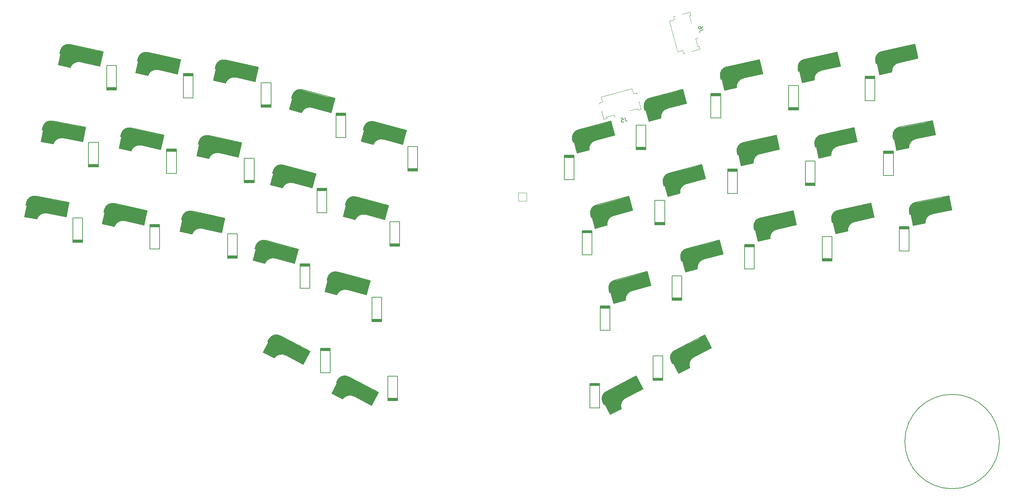
<source format=gbr>
G04 #@! TF.GenerationSoftware,KiCad,Pcbnew,8.0.3*
G04 #@! TF.CreationDate,2024-08-29T14:39:33+08:00*
G04 #@! TF.ProjectId,awkb_monosplit,61776b62-5f6d-46f6-9e6f-73706c69742e,rev?*
G04 #@! TF.SameCoordinates,Original*
G04 #@! TF.FileFunction,Legend,Bot*
G04 #@! TF.FilePolarity,Positive*
%FSLAX46Y46*%
G04 Gerber Fmt 4.6, Leading zero omitted, Abs format (unit mm)*
G04 Created by KiCad (PCBNEW 8.0.3) date 2024-08-29 14:39:33*
%MOMM*%
%LPD*%
G01*
G04 APERTURE LIST*
%ADD10C,0.150000*%
%ADD11C,0.500000*%
%ADD12C,0.800000*%
%ADD13C,0.300000*%
%ADD14C,3.000000*%
%ADD15C,3.500000*%
%ADD16C,1.000000*%
%ADD17C,0.400000*%
%ADD18C,0.200000*%
%ADD19C,0.120000*%
G04 APERTURE END LIST*
D10*
X274525855Y-130179676D02*
G75*
G02*
X251325855Y-130179676I-11600000J0D01*
G01*
X251325855Y-130179676D02*
G75*
G02*
X274525855Y-130179676I11600000J0D01*
G01*
X182639324Y-50596706D02*
X182824194Y-51286653D01*
X182824194Y-51286653D02*
X182907165Y-51412318D01*
X182907165Y-51412318D02*
X183023807Y-51479661D01*
X183023807Y-51479661D02*
X183174122Y-51488684D01*
X183174122Y-51488684D02*
X183266114Y-51464034D01*
X181719394Y-50843200D02*
X182179359Y-50719953D01*
X182179359Y-50719953D02*
X182348602Y-51167593D01*
X182348602Y-51167593D02*
X182290281Y-51133922D01*
X182290281Y-51133922D02*
X182185964Y-51112574D01*
X182185964Y-51112574D02*
X181955981Y-51174198D01*
X181955981Y-51174198D02*
X181876313Y-51244844D01*
X181876313Y-51244844D02*
X181842641Y-51303165D01*
X181842641Y-51303165D02*
X181821294Y-51407483D01*
X181821294Y-51407483D02*
X181882918Y-51637465D01*
X181882918Y-51637465D02*
X181953564Y-51717133D01*
X181953564Y-51717133D02*
X182011885Y-51750805D01*
X182011885Y-51750805D02*
X182116203Y-51772152D01*
X182116203Y-51772152D02*
X182346185Y-51710529D01*
X182346185Y-51710529D02*
X182425853Y-51639883D01*
X182425853Y-51639883D02*
X182459525Y-51581561D01*
X201897503Y-29085088D02*
X201207556Y-29269958D01*
X201207556Y-29269958D02*
X201081891Y-29352929D01*
X201081891Y-29352929D02*
X201014548Y-29469571D01*
X201014548Y-29469571D02*
X201005525Y-29619886D01*
X201005525Y-29619886D02*
X201030175Y-29711878D01*
X201663333Y-28211155D02*
X201712632Y-28395140D01*
X201712632Y-28395140D02*
X201691285Y-28499458D01*
X201691285Y-28499458D02*
X201657613Y-28557779D01*
X201657613Y-28557779D02*
X201544273Y-28686746D01*
X201544273Y-28686746D02*
X201372612Y-28782042D01*
X201372612Y-28782042D02*
X201004640Y-28880639D01*
X201004640Y-28880639D02*
X200900323Y-28859292D01*
X200900323Y-28859292D02*
X200842002Y-28825621D01*
X200842002Y-28825621D02*
X200771356Y-28745952D01*
X200771356Y-28745952D02*
X200722057Y-28561967D01*
X200722057Y-28561967D02*
X200743404Y-28457649D01*
X200743404Y-28457649D02*
X200777076Y-28399328D01*
X200777076Y-28399328D02*
X200856744Y-28328682D01*
X200856744Y-28328682D02*
X201086726Y-28267058D01*
X201086726Y-28267058D02*
X201191044Y-28288405D01*
X201191044Y-28288405D02*
X201249365Y-28322077D01*
X201249365Y-28322077D02*
X201320011Y-28401745D01*
X201320011Y-28401745D02*
X201369310Y-28585731D01*
X201369310Y-28585731D02*
X201347963Y-28690049D01*
X201347963Y-28690049D02*
X201314291Y-28748370D01*
X201314291Y-28748370D02*
X201234623Y-28819016D01*
X110843118Y-118336189D02*
X113530762Y-119735287D01*
D11*
X111112870Y-118251137D02*
X113286047Y-119382423D01*
D12*
X111384446Y-118054294D02*
X112215593Y-116457678D01*
D10*
X111937349Y-115692771D02*
X112114750Y-115785122D01*
D13*
X112072226Y-115650246D02*
X112372363Y-115073689D01*
D10*
X112283662Y-115027514D02*
X111937349Y-115692771D01*
X112897899Y-114388991D02*
X110843118Y-118336189D01*
D14*
X114002889Y-115471534D02*
X112968573Y-117458437D01*
D10*
X116377248Y-119075049D02*
X120634899Y-121291443D01*
D15*
X119869427Y-118863676D02*
X113926454Y-115769959D01*
D11*
X120572935Y-120977339D02*
X119442908Y-120332716D01*
D10*
X120634899Y-121291443D02*
X122297196Y-118098204D01*
X121078908Y-120395198D02*
X122117843Y-118399421D01*
D16*
X121576639Y-118399535D02*
X120422269Y-120617062D01*
D17*
X122071793Y-118206343D02*
X120963029Y-117629157D01*
D10*
X122297196Y-118098204D02*
X115023705Y-114311864D01*
X112283660Y-115027513D02*
G75*
G02*
X115023705Y-114311864I1727844J-1012186D01*
G01*
D16*
X113373837Y-119178440D02*
G75*
G02*
X116207143Y-118535546I1773651J-1251883D01*
G01*
D10*
X113543941Y-119717942D02*
G75*
G02*
X116377247Y-119075050I1773653J-1251897D01*
G01*
X248403764Y-55195096D02*
X248546872Y-55931318D01*
X248486983Y-54313013D02*
X249336083Y-58681253D01*
X248546872Y-55931318D02*
X248743197Y-55893156D01*
D13*
X248625953Y-55814074D02*
X248501927Y-55176016D01*
D10*
X249336083Y-58681253D02*
X252310414Y-58103103D01*
D11*
X249494247Y-58446765D02*
X251899233Y-57979283D01*
D12*
X249584248Y-58123657D02*
X249240792Y-56356729D01*
D14*
X250025656Y-54472346D02*
X250453067Y-56671192D01*
D10*
X254127088Y-55814415D02*
X258838900Y-54898532D01*
D15*
X256728516Y-53475061D02*
X250151613Y-54753478D01*
D16*
X257775659Y-52049053D02*
X258252680Y-54503120D01*
D17*
X258042904Y-51589620D02*
X256815872Y-51828132D01*
D10*
X258151986Y-51364673D02*
X250102642Y-52929307D01*
D11*
X258594872Y-54691288D02*
X257309216Y-54890256D01*
D10*
X258628458Y-53920722D02*
X258199139Y-51712059D01*
X258838900Y-54898532D02*
X258151986Y-51364673D01*
X248403765Y-55195097D02*
G75*
G02*
X250102642Y-52929307I1982328J283461D01*
G01*
D16*
X251840957Y-57764996D02*
G75*
G02*
X253658115Y-55498086I2167403J124380D01*
G01*
D10*
X252309931Y-58081324D02*
G75*
G02*
X254127088Y-55814416I2167406J124376D01*
G01*
X196377697Y-85160274D02*
X196571812Y-85884718D01*
X196399183Y-84274533D02*
X197550928Y-88572901D01*
X196571812Y-85884718D02*
X196764999Y-85832954D01*
D13*
X196642523Y-85762244D02*
X196474290Y-85134393D01*
D10*
X197550928Y-88572901D02*
X200477682Y-87788681D01*
D11*
X197692349Y-88327954D02*
X200058867Y-87693845D01*
D12*
X197759592Y-87999353D02*
X197293718Y-86260687D01*
D14*
X197945222Y-84326147D02*
X198524976Y-86489820D01*
D10*
X202130282Y-85378844D02*
X206766726Y-84136512D01*
D15*
X204562185Y-82863720D02*
X198090482Y-84597808D01*
D16*
X205507306Y-81368144D02*
X206154353Y-83782958D01*
D17*
X205741854Y-80891187D02*
X204534448Y-81214710D01*
D10*
X205834977Y-80659179D02*
X197914386Y-82781496D01*
X206488589Y-83175763D02*
X205906246Y-81002429D01*
D11*
X206508836Y-83946797D02*
X205240192Y-84234963D01*
D10*
X206766726Y-84136512D02*
X205834977Y-80659179D01*
X196377698Y-85160275D02*
G75*
G02*
X197914386Y-82781496I1957724J421052D01*
G01*
D16*
X199985786Y-87484145D02*
G75*
G02*
X201640386Y-85096000I2153453J275262D01*
G01*
D10*
X200475683Y-87766989D02*
G75*
G02*
X202130282Y-85378845I2153451J275263D01*
G01*
X169844474Y-55973601D02*
X170038589Y-56698045D01*
X169865960Y-55087860D02*
X171017705Y-59386228D01*
X170038589Y-56698045D02*
X170231776Y-56646281D01*
D13*
X170109300Y-56575571D02*
X169941067Y-55947720D01*
D10*
X171017705Y-59386228D02*
X173944459Y-58602008D01*
D11*
X171159126Y-59141281D02*
X173525644Y-58507172D01*
D12*
X171226369Y-58812680D02*
X170760495Y-57074014D01*
D14*
X171411999Y-55139474D02*
X171991753Y-57303147D01*
D10*
X175597059Y-56192171D02*
X180233503Y-54949839D01*
D15*
X178028962Y-53677047D02*
X171557259Y-55411135D01*
D16*
X178974083Y-52181471D02*
X179621130Y-54596285D01*
D17*
X179208631Y-51704514D02*
X178001225Y-52028037D01*
D10*
X179301754Y-51472506D02*
X171381163Y-53594823D01*
X179955366Y-53989090D02*
X179373023Y-51815756D01*
D11*
X179975613Y-54760124D02*
X178706969Y-55048290D01*
D10*
X180233503Y-54949839D02*
X179301754Y-51472506D01*
X169844475Y-55973602D02*
G75*
G02*
X171381163Y-53594823I1957724J421052D01*
G01*
D16*
X173452563Y-58297472D02*
G75*
G02*
X175107163Y-55909327I2153453J275262D01*
G01*
D10*
X173942460Y-58580316D02*
G75*
G02*
X175597059Y-56192172I2153451J275263D01*
G01*
X113655620Y-74931836D02*
X116582373Y-75716058D01*
D11*
X113900567Y-74790416D02*
X116267086Y-75424521D01*
D12*
X114123102Y-74539460D02*
X114588976Y-72800795D01*
D10*
X114151772Y-72114243D02*
X114344959Y-72166008D01*
D13*
X114274246Y-72043533D02*
X114442478Y-71415682D01*
D10*
X114345885Y-71389799D02*
X114151772Y-72114243D01*
X114807363Y-70633468D02*
X113655620Y-74931836D01*
D14*
X116120465Y-71451186D02*
X115540710Y-73614859D01*
D10*
X119218485Y-74455378D02*
X123854929Y-75697709D01*
D15*
X122582137Y-73493170D02*
X116110435Y-71759081D01*
D11*
X123726447Y-75404465D02*
X122483686Y-75019703D01*
D10*
X123854929Y-75697709D02*
X124786677Y-72220376D01*
X124094430Y-74726608D02*
X124676773Y-72553274D01*
D16*
X124148423Y-72670522D02*
X123501376Y-75085336D01*
D17*
X124590027Y-72374739D02*
X123382620Y-72051215D01*
D10*
X124786677Y-72220376D02*
X116866086Y-70098061D01*
X114345886Y-71389800D02*
G75*
G02*
X116866086Y-70098061I1905966J-614223D01*
G01*
D16*
X116308646Y-75206375D02*
G75*
G02*
X118935645Y-73965480I2002578J-838345D01*
G01*
D10*
X116591488Y-75696273D02*
G75*
G02*
X119218485Y-74455378I2002577J-838344D01*
G01*
X77746863Y-60029009D02*
X80705036Y-60684823D01*
D11*
X77985409Y-59877040D02*
X80377333Y-60407315D01*
D10*
X78119641Y-57192458D02*
X78314901Y-57235745D01*
D12*
X78196784Y-59616616D02*
X78586374Y-57859283D01*
D13*
X78238915Y-57116472D02*
X78379598Y-56481880D01*
D10*
X78281970Y-56460234D02*
X78119641Y-57192458D01*
X78710017Y-55684493D02*
X77746863Y-60029009D01*
D14*
X80057537Y-56444158D02*
X79572712Y-58631060D01*
D10*
X83283649Y-59310357D02*
X87969872Y-60349267D01*
D15*
X86602131Y-58202343D02*
X80060947Y-56752197D01*
D11*
X87828720Y-60061905D02*
X86570358Y-59731718D01*
D10*
X87969872Y-60349267D02*
X88749053Y-56834600D01*
D16*
X88131042Y-57312158D02*
X87589943Y-59752898D01*
D10*
X88166785Y-59368641D02*
X88653775Y-57171976D01*
D17*
X88559323Y-56997393D02*
X87338951Y-56726844D01*
D10*
X88749053Y-56834600D02*
X80743427Y-55059796D01*
X78281969Y-56460236D02*
G75*
G02*
X80743427Y-55059796I1930947J-530505D01*
G01*
D16*
X80409337Y-60187563D02*
G75*
G02*
X82979708Y-58833263I2037241J-750201D01*
G01*
D10*
X80713280Y-60664657D02*
G75*
G02*
X83283649Y-59310357I2037239J-750198D01*
G01*
X109153956Y-93387921D02*
X112080709Y-94172143D01*
D11*
X109398903Y-93246501D02*
X111765422Y-93880606D01*
D12*
X109621438Y-92995545D02*
X110087312Y-91256880D01*
D10*
X109650108Y-90570328D02*
X109843295Y-90622093D01*
D13*
X109772582Y-90499618D02*
X109940814Y-89871767D01*
D10*
X109844221Y-89845884D02*
X109650108Y-90570328D01*
X110305699Y-89089553D02*
X109153956Y-93387921D01*
D14*
X111618801Y-89907271D02*
X111039046Y-92070944D01*
D10*
X114716821Y-92911463D02*
X119353265Y-94153794D01*
D15*
X118080473Y-91949255D02*
X111608771Y-90215166D01*
D11*
X119224783Y-93860550D02*
X117982022Y-93475788D01*
D10*
X119353265Y-94153794D02*
X120285013Y-90676461D01*
X119592766Y-93182693D02*
X120175109Y-91009359D01*
D16*
X119646759Y-91126607D02*
X118999712Y-93541421D01*
D17*
X120088363Y-90830824D02*
X118880956Y-90507300D01*
D10*
X120285013Y-90676461D02*
X112364422Y-88554146D01*
X109844222Y-89845885D02*
G75*
G02*
X112364422Y-88554146I1905966J-614223D01*
G01*
D16*
X111806982Y-93662460D02*
G75*
G02*
X114433981Y-92421565I2002578J-838345D01*
G01*
D10*
X112089824Y-94152358D02*
G75*
G02*
X114716821Y-92911463I2002577J-838344D01*
G01*
X187420169Y-48157799D02*
X187614284Y-48882243D01*
X187441655Y-47272058D02*
X188593400Y-51570426D01*
X187614284Y-48882243D02*
X187807471Y-48830479D01*
D13*
X187684995Y-48759769D02*
X187516762Y-48131918D01*
D10*
X188593400Y-51570426D02*
X191520154Y-50786206D01*
D11*
X188734821Y-51325479D02*
X191101339Y-50691370D01*
D12*
X188802064Y-50996878D02*
X188336190Y-49258212D01*
D14*
X188987694Y-47323672D02*
X189567448Y-49487345D01*
D10*
X193172754Y-48376369D02*
X197809198Y-47134037D01*
D15*
X195604657Y-45861245D02*
X189132954Y-47595333D01*
D16*
X196549778Y-44365669D02*
X197196825Y-46780483D01*
D17*
X196784326Y-43888712D02*
X195576920Y-44212235D01*
D10*
X196877449Y-43656704D02*
X188956858Y-45779021D01*
X197531061Y-46173288D02*
X196948718Y-43999954D01*
D11*
X197551308Y-46944322D02*
X196282664Y-47232488D01*
D10*
X197809198Y-47134037D02*
X196877449Y-43656704D01*
X187420170Y-48157800D02*
G75*
G02*
X188956858Y-45779021I1957724J421052D01*
G01*
D16*
X191028258Y-50481670D02*
G75*
G02*
X192682858Y-48093525I2153453J275262D01*
G01*
D10*
X191518155Y-50764514D02*
G75*
G02*
X193172754Y-48376370I2153451J275263D01*
G01*
X91534111Y-85648246D02*
X94460864Y-86432468D01*
D11*
X91779058Y-85506826D02*
X94145577Y-86140931D01*
D12*
X92001593Y-85255870D02*
X92467467Y-83517205D01*
D10*
X92030263Y-82830653D02*
X92223450Y-82882418D01*
D13*
X92152737Y-82759943D02*
X92320969Y-82132092D01*
D10*
X92224376Y-82106209D02*
X92030263Y-82830653D01*
X92685854Y-81349878D02*
X91534111Y-85648246D01*
D14*
X93998956Y-82167596D02*
X93419201Y-84331269D01*
D10*
X97096976Y-85171788D02*
X101733420Y-86414119D01*
D15*
X100460628Y-84209580D02*
X93988926Y-82475491D01*
D11*
X101604938Y-86120875D02*
X100362177Y-85736113D01*
D10*
X101733420Y-86414119D02*
X102665168Y-82936786D01*
X101972921Y-85443018D02*
X102555264Y-83269684D01*
D16*
X102026914Y-83386932D02*
X101379867Y-85801746D01*
D17*
X102468518Y-83091149D02*
X101261111Y-82767625D01*
D10*
X102665168Y-82936786D02*
X94744577Y-80814471D01*
X92224377Y-82106210D02*
G75*
G02*
X94744577Y-80814471I1905966J-614223D01*
G01*
D16*
X94187137Y-85922785D02*
G75*
G02*
X96814136Y-84681890I2002578J-838345D01*
G01*
D10*
X94469979Y-86412683D02*
G75*
G02*
X97096976Y-85171788I2002577J-838344D01*
G01*
X225132407Y-38598638D02*
X225294738Y-39330861D01*
X225192507Y-37714677D02*
X226155664Y-42059193D01*
X225294738Y-39330861D02*
X225489998Y-39287572D01*
D13*
X225370723Y-39211587D02*
X225230036Y-38576996D01*
D10*
X226155664Y-42059193D02*
X229113839Y-41403383D01*
D11*
X226307636Y-41820648D02*
X228699560Y-41290369D01*
D12*
X226389147Y-41495292D02*
X225999555Y-39737960D01*
D14*
X226734824Y-37833681D02*
X227219648Y-40020583D01*
D10*
X230869982Y-39067925D02*
X235556204Y-38029014D01*
D15*
X233409281Y-36661272D02*
X226868097Y-38111417D01*
D16*
X234418736Y-35208345D02*
X234959836Y-37649085D01*
D17*
X234673865Y-34742072D02*
X233453494Y-35012623D01*
D10*
X234777020Y-34514348D02*
X226771394Y-36289153D01*
D11*
X235306833Y-37828229D02*
X234026827Y-38060785D01*
D10*
X235320239Y-37057048D02*
X234833250Y-34860380D01*
X235556204Y-38029014D02*
X234777020Y-34514348D01*
X225132407Y-38598640D02*
G75*
G02*
X226771394Y-36289152I1974234J335253D01*
G01*
D16*
X228635694Y-41077680D02*
G75*
G02*
X230392889Y-38763982I2163413J181064D01*
G01*
D10*
X229112789Y-41381624D02*
G75*
G02*
X230869982Y-39067925I2163410J181068D01*
G01*
X177078878Y-119606751D02*
X179133659Y-123553949D01*
X177249613Y-120476146D02*
X177595923Y-121141405D01*
X177595923Y-121141405D02*
X177773325Y-121049057D01*
D13*
X177638450Y-121006529D02*
X177338314Y-120429971D01*
D14*
X178599441Y-119322517D02*
X179633758Y-121309420D01*
D10*
X179133659Y-123553949D02*
X181821302Y-122154850D01*
D12*
X179213237Y-122948831D02*
X178382092Y-121352213D01*
D11*
X179218712Y-123284197D02*
X181391890Y-122152913D01*
D10*
X182913144Y-119444448D02*
X187170796Y-117228055D01*
D15*
X184743029Y-116462583D02*
X178800055Y-119556299D01*
D16*
X185342044Y-114797897D02*
X186496416Y-117015423D01*
D17*
X185467799Y-114281480D02*
X184359035Y-114858666D01*
D10*
X185508502Y-114034815D02*
X178235011Y-117821154D01*
X186691308Y-116350279D02*
X185652372Y-114354503D01*
D11*
X186877956Y-117098651D02*
X185701755Y-117654574D01*
D10*
X187170796Y-117228055D02*
X185508502Y-114034815D01*
X177249611Y-120476147D02*
G75*
G02*
X178235011Y-117821154I1820187J834800D01*
G01*
D16*
X181275151Y-121964000D02*
G75*
G02*
X182373640Y-119274342I2042812J734838D01*
G01*
D10*
X181814653Y-122134105D02*
G75*
G02*
X182913144Y-119444448I2042817J734834D01*
G01*
X210197737Y-59014222D02*
X210360068Y-59746445D01*
X210257837Y-58130261D02*
X211220994Y-62474777D01*
X210360068Y-59746445D02*
X210555328Y-59703156D01*
D13*
X210436053Y-59627171D02*
X210295366Y-58992580D01*
D10*
X211220994Y-62474777D02*
X214179169Y-61818967D01*
D11*
X211372966Y-62236232D02*
X213764890Y-61705953D01*
D12*
X211454477Y-61910876D02*
X211064885Y-60153544D01*
D14*
X211800154Y-58249265D02*
X212284978Y-60436167D01*
D10*
X215935312Y-59483509D02*
X220621534Y-58444598D01*
D15*
X218474611Y-57076856D02*
X211933427Y-58527001D01*
D16*
X219484066Y-55623929D02*
X220025166Y-58064669D01*
D17*
X219739195Y-55157656D02*
X218518824Y-55428207D01*
D10*
X219842350Y-54929932D02*
X211836724Y-56704737D01*
D11*
X220372163Y-58243813D02*
X219092157Y-58476369D01*
D10*
X220385569Y-57472632D02*
X219898580Y-55275964D01*
X220621534Y-58444598D02*
X219842350Y-54929932D01*
X210197737Y-59014224D02*
G75*
G02*
X211836724Y-56704736I1974234J335253D01*
G01*
D16*
X213701024Y-61493264D02*
G75*
G02*
X215458219Y-59179566I2163413J181064D01*
G01*
D10*
X214178119Y-61797208D02*
G75*
G02*
X215935312Y-59483509I2163410J181068D01*
G01*
X178757852Y-92899949D02*
X178951967Y-93624393D01*
X178779338Y-92014208D02*
X179931083Y-96312576D01*
X178951967Y-93624393D02*
X179145154Y-93572629D01*
D13*
X179022678Y-93501919D02*
X178854445Y-92874068D01*
D10*
X179931083Y-96312576D02*
X182857837Y-95528356D01*
D11*
X180072504Y-96067629D02*
X182439022Y-95433520D01*
D12*
X180139747Y-95739028D02*
X179673873Y-94000362D01*
D14*
X180325377Y-92065822D02*
X180905131Y-94229495D01*
D10*
X184510437Y-93118519D02*
X189146881Y-91876187D01*
D15*
X186942340Y-90603395D02*
X180470637Y-92337483D01*
D16*
X187887461Y-89107819D02*
X188534508Y-91522633D01*
D17*
X188122009Y-88630862D02*
X186914603Y-88954385D01*
D10*
X188215132Y-88398854D02*
X180294541Y-90521171D01*
X188868744Y-90915438D02*
X188286401Y-88742104D01*
D11*
X188888991Y-91686472D02*
X187620347Y-91974638D01*
D10*
X189146881Y-91876187D02*
X188215132Y-88398854D01*
X178757853Y-92899950D02*
G75*
G02*
X180294541Y-90521171I1957724J421052D01*
G01*
D16*
X182365941Y-95223820D02*
G75*
G02*
X184020541Y-92835675I2153453J275262D01*
G01*
D10*
X182855838Y-95506664D02*
G75*
G02*
X184510437Y-93118520I2153451J275263D01*
G01*
X81859207Y-41479425D02*
X84817380Y-42135239D01*
D11*
X82097753Y-41327456D02*
X84489677Y-41857731D01*
D10*
X82231985Y-38642874D02*
X82427245Y-38686161D01*
D12*
X82309128Y-41067032D02*
X82698718Y-39309699D01*
D13*
X82351259Y-38566888D02*
X82491942Y-37932296D01*
D10*
X82394314Y-37910650D02*
X82231985Y-38642874D01*
X82822361Y-37134909D02*
X81859207Y-41479425D01*
D14*
X84169881Y-37894574D02*
X83685056Y-40081476D01*
D10*
X87395993Y-40760773D02*
X92082216Y-41799683D01*
D15*
X90714475Y-39652759D02*
X84173291Y-38202613D01*
D11*
X91941064Y-41512321D02*
X90682702Y-41182134D01*
D10*
X92082216Y-41799683D02*
X92861397Y-38285016D01*
D16*
X92243386Y-38762574D02*
X91702287Y-41203314D01*
D10*
X92279129Y-40819057D02*
X92766119Y-38622392D01*
D17*
X92671667Y-38447809D02*
X91451295Y-38177260D01*
D10*
X92861397Y-38285016D02*
X84855771Y-36510212D01*
X82394313Y-37910652D02*
G75*
G02*
X84855771Y-36510212I1930947J-530505D01*
G01*
D16*
X84521681Y-41637979D02*
G75*
G02*
X87092052Y-40283679I2037241J-750201D01*
G01*
D10*
X84825624Y-42115073D02*
G75*
G02*
X87395993Y-40760773I2037239J-750198D01*
G01*
X233356939Y-75697105D02*
X233519270Y-76429328D01*
X233417039Y-74813144D02*
X234380196Y-79157660D01*
X233519270Y-76429328D02*
X233714530Y-76386039D01*
D13*
X233595255Y-76310054D02*
X233454568Y-75675463D01*
D10*
X234380196Y-79157660D02*
X237338371Y-78501850D01*
D11*
X234532168Y-78919115D02*
X236924092Y-78388836D01*
D12*
X234613679Y-78593759D02*
X234224087Y-76836427D01*
D14*
X234959356Y-74932148D02*
X235444180Y-77119050D01*
D10*
X239094514Y-76166392D02*
X243780736Y-75127481D01*
D15*
X241633813Y-73759739D02*
X235092629Y-75209884D01*
D16*
X242643268Y-72306812D02*
X243184368Y-74747552D01*
D17*
X242898397Y-71840539D02*
X241678026Y-72111090D01*
D10*
X243001552Y-71612815D02*
X234995926Y-73387620D01*
D11*
X243531365Y-74926696D02*
X242251359Y-75159252D01*
D10*
X243544771Y-74155515D02*
X243057782Y-71958847D01*
X243780736Y-75127481D02*
X243001552Y-71612815D01*
X233356939Y-75697107D02*
G75*
G02*
X234995926Y-73387619I1974234J335253D01*
G01*
D16*
X236860226Y-78176147D02*
G75*
G02*
X238617421Y-75862449I2163413J181064D01*
G01*
D10*
X237337321Y-78480091D02*
G75*
G02*
X239094514Y-76166392I2163410J181068D01*
G01*
X39571529Y-56525111D02*
X42545859Y-57103264D01*
D11*
X39806017Y-56366947D02*
X42211003Y-56834429D01*
D10*
X39869929Y-53679772D02*
X40066254Y-53717936D01*
D13*
X39987172Y-53600690D02*
X40111198Y-52962632D01*
D12*
X40010503Y-56101081D02*
X40353959Y-54334153D01*
D10*
X40013035Y-52943550D02*
X39869929Y-53679772D01*
X40420628Y-52156871D02*
X39571529Y-56525111D01*
D14*
X41787574Y-52880999D02*
X41360160Y-55079846D01*
D10*
X45087608Y-55661767D02*
X49799420Y-56577651D01*
D15*
X48375947Y-54467268D02*
X41799045Y-53188845D01*
D11*
X49650796Y-56294083D02*
X48384221Y-55996948D01*
D10*
X49799420Y-56577651D02*
X50486331Y-53043792D01*
D16*
X49881033Y-53537363D02*
X49404010Y-55991430D01*
D10*
X49970595Y-55592208D02*
X50399917Y-53383546D01*
D17*
X50300925Y-53211496D02*
X49073893Y-52972986D01*
D10*
X50486331Y-53043792D02*
X42436987Y-51479158D01*
X40013036Y-52943551D02*
G75*
G02*
X42436987Y-51479158I1944172J-479779D01*
G01*
D16*
X42237243Y-56613915D02*
G75*
G02*
X44771282Y-55192793I2056170J-696594D01*
G01*
D10*
X42553570Y-57082890D02*
G75*
G02*
X45087608Y-55661766I2056181J-696611D01*
G01*
X244158843Y-36671920D02*
X244321174Y-37404143D01*
X244218943Y-35787960D02*
X245182100Y-40132476D01*
X244321174Y-37404143D02*
X244516433Y-37360854D01*
D13*
X244397159Y-37284869D02*
X244256472Y-36650276D01*
D10*
X245182100Y-40132476D02*
X248140277Y-39476666D01*
D11*
X245334072Y-39893929D02*
X247725996Y-39363651D01*
D12*
X245415583Y-39568575D02*
X245025991Y-37811242D01*
D14*
X245761259Y-35906961D02*
X246246084Y-38093864D01*
D10*
X249896418Y-37141207D02*
X254582640Y-36102297D01*
D15*
X252435718Y-34734557D02*
X245894533Y-36184699D01*
D16*
X253445172Y-33281627D02*
X253986270Y-35722366D01*
D17*
X253700301Y-32815355D02*
X252479930Y-33085905D01*
D10*
X253803456Y-32587630D02*
X245797828Y-34362435D01*
D11*
X254333270Y-35901511D02*
X253053264Y-36134067D01*
D10*
X254346674Y-35130331D02*
X253859686Y-32933662D01*
X254582640Y-36102297D02*
X253803456Y-32587630D01*
X244158845Y-36671921D02*
G75*
G02*
X245797828Y-34362435I1974228J335256D01*
G01*
D16*
X247662130Y-39150963D02*
G75*
G02*
X249419325Y-36837264I2163402J181073D01*
G01*
D10*
X248139225Y-39454906D02*
G75*
G02*
X249896418Y-37141207I2163410J181068D01*
G01*
X118067334Y-56461573D02*
X120994087Y-57245795D01*
D11*
X118312281Y-56320153D02*
X120678800Y-56954258D01*
D12*
X118534816Y-56069197D02*
X119000690Y-54330532D01*
D10*
X118563486Y-53643980D02*
X118756673Y-53695745D01*
D13*
X118685960Y-53573270D02*
X118854192Y-52945419D01*
D10*
X118757599Y-52919536D02*
X118563486Y-53643980D01*
X119219077Y-52163205D02*
X118067334Y-56461573D01*
D14*
X120532179Y-52980923D02*
X119952424Y-55144596D01*
D10*
X123630199Y-55985115D02*
X128266643Y-57227446D01*
D15*
X126993851Y-55022907D02*
X120522149Y-53288818D01*
D11*
X128138161Y-56934202D02*
X126895400Y-56549440D01*
D10*
X128266643Y-57227446D02*
X129198391Y-53750113D01*
X128506144Y-56256345D02*
X129088487Y-54083011D01*
D16*
X128560137Y-54200259D02*
X127913090Y-56615073D01*
D17*
X129001741Y-53904476D02*
X127794334Y-53580952D01*
D10*
X129198391Y-53750113D02*
X121277800Y-51627798D01*
X118757600Y-52919537D02*
G75*
G02*
X121277800Y-51627798I1905966J-614223D01*
G01*
D16*
X120720360Y-56736112D02*
G75*
G02*
X123347359Y-55495217I2002578J-838345D01*
G01*
D10*
X121003202Y-57226010D02*
G75*
G02*
X123630199Y-55985115I2002577J-838344D01*
G01*
X35564969Y-74984373D02*
X38539299Y-75562526D01*
D11*
X35799457Y-74826209D02*
X38204443Y-75293691D01*
D10*
X35863369Y-72139034D02*
X36059694Y-72177198D01*
D13*
X35980612Y-72059952D02*
X36104638Y-71421894D01*
D12*
X36003943Y-74560343D02*
X36347399Y-72793415D01*
D10*
X36006475Y-71402812D02*
X35863369Y-72139034D01*
X36414068Y-70616133D02*
X35564969Y-74984373D01*
D14*
X37781014Y-71340261D02*
X37353600Y-73539108D01*
D10*
X41081048Y-74121029D02*
X45792860Y-75036913D01*
D15*
X44369387Y-72926530D02*
X37792485Y-71648107D01*
D11*
X45644236Y-74753345D02*
X44377661Y-74456210D01*
D10*
X45792860Y-75036913D02*
X46479771Y-71503054D01*
D16*
X45874473Y-71996625D02*
X45397450Y-74450692D01*
D10*
X45964035Y-74051470D02*
X46393357Y-71842808D01*
D17*
X46294365Y-71670758D02*
X45067333Y-71432248D01*
D10*
X46479771Y-71503054D02*
X38430427Y-69938420D01*
X36006476Y-71402813D02*
G75*
G02*
X38430427Y-69938420I1944172J-479779D01*
G01*
D16*
X38230683Y-75073177D02*
G75*
G02*
X40764722Y-73652055I2056170J-696594D01*
G01*
D10*
X38547010Y-75542152D02*
G75*
G02*
X41081048Y-74121028I2056181J-696611D01*
G01*
X214310133Y-77564042D02*
X214472464Y-78296265D01*
X214370233Y-76680081D02*
X215333390Y-81024597D01*
X214472464Y-78296265D02*
X214667724Y-78252976D01*
D13*
X214548449Y-78176991D02*
X214407762Y-77542400D01*
D10*
X215333390Y-81024597D02*
X218291565Y-80368787D01*
D11*
X215485362Y-80786052D02*
X217877286Y-80255773D01*
D12*
X215566873Y-80460696D02*
X215177281Y-78703364D01*
D14*
X215912550Y-76799085D02*
X216397374Y-78985987D01*
D10*
X220047708Y-78033329D02*
X224733930Y-76994418D01*
D15*
X222587007Y-75626676D02*
X216045823Y-77076821D01*
D16*
X223596462Y-74173749D02*
X224137562Y-76614489D01*
D17*
X223851591Y-73707476D02*
X222631220Y-73978027D01*
D10*
X223954746Y-73479752D02*
X215949120Y-75254557D01*
D11*
X224484559Y-76793633D02*
X223204553Y-77026189D01*
D10*
X224497965Y-76022452D02*
X224010976Y-73825784D01*
X224733930Y-76994418D02*
X223954746Y-73479752D01*
X214310133Y-77564044D02*
G75*
G02*
X215949120Y-75254556I1974234J335253D01*
G01*
D16*
X217813420Y-80043084D02*
G75*
G02*
X219570615Y-77729386I2163413J181064D01*
G01*
D10*
X218290515Y-80347028D02*
G75*
G02*
X220047708Y-78033329I2163410J181068D01*
G01*
X100491639Y-48645771D02*
X103418392Y-49429993D01*
D11*
X100736586Y-48504351D02*
X103103105Y-49138456D01*
D12*
X100959121Y-48253395D02*
X101424995Y-46514730D01*
D10*
X100987791Y-45828178D02*
X101180978Y-45879943D01*
D13*
X101110265Y-45757468D02*
X101278497Y-45129617D01*
D10*
X101181904Y-45103734D02*
X100987791Y-45828178D01*
X101643382Y-44347403D02*
X100491639Y-48645771D01*
D14*
X102956484Y-45165121D02*
X102376729Y-47328794D01*
D10*
X106054504Y-48169313D02*
X110690948Y-49411644D01*
D15*
X109418156Y-47207105D02*
X102946454Y-45473016D01*
D11*
X110562466Y-49118400D02*
X109319705Y-48733638D01*
D10*
X110690948Y-49411644D02*
X111622696Y-45934311D01*
X110930449Y-48440543D02*
X111512792Y-46267209D01*
D16*
X110984442Y-46384457D02*
X110337395Y-48799271D01*
D17*
X111426046Y-46088674D02*
X110218639Y-45765150D01*
D10*
X111622696Y-45934311D02*
X103702105Y-43811996D01*
X101181905Y-45103735D02*
G75*
G02*
X103702105Y-43811996I1905966J-614223D01*
G01*
D16*
X103144665Y-48920310D02*
G75*
G02*
X105771664Y-47679415I2002578J-838345D01*
G01*
D10*
X103427507Y-49410208D02*
G75*
G02*
X106054504Y-48169313I2002577J-838344D01*
G01*
X206085393Y-40464638D02*
X206247724Y-41196861D01*
X206145493Y-39580677D02*
X207108650Y-43925193D01*
X206247724Y-41196861D02*
X206442984Y-41153572D01*
D13*
X206323709Y-41077587D02*
X206183022Y-40442996D01*
D10*
X207108650Y-43925193D02*
X210066825Y-43269383D01*
D11*
X207260622Y-43686648D02*
X209652546Y-43156369D01*
D12*
X207342133Y-43361292D02*
X206952541Y-41603960D01*
D14*
X207687810Y-39699681D02*
X208172634Y-41886583D01*
D10*
X211822968Y-40933925D02*
X216509190Y-39895014D01*
D15*
X214362267Y-38527272D02*
X207821083Y-39977417D01*
D16*
X215371722Y-37074345D02*
X215912822Y-39515085D01*
D17*
X215626851Y-36608072D02*
X214406480Y-36878623D01*
D10*
X215730006Y-36380348D02*
X207724380Y-38155153D01*
D11*
X216259819Y-39694229D02*
X214979813Y-39926785D01*
D10*
X216273225Y-38923048D02*
X215786236Y-36726380D01*
X216509190Y-39895014D02*
X215730006Y-36380348D01*
X206085393Y-40464640D02*
G75*
G02*
X207724380Y-38155152I1974234J335253D01*
G01*
D16*
X209588680Y-42943680D02*
G75*
G02*
X211345875Y-40629982I2163413J181064D01*
G01*
D10*
X210065775Y-43247624D02*
G75*
G02*
X211822968Y-40933925I2163410J181068D01*
G01*
X229244672Y-57147873D02*
X229407003Y-57880096D01*
X229304772Y-56263912D02*
X230267929Y-60608428D01*
X229407003Y-57880096D02*
X229602263Y-57836807D01*
D13*
X229482988Y-57760822D02*
X229342301Y-57126231D01*
D10*
X230267929Y-60608428D02*
X233226104Y-59952618D01*
D11*
X230419901Y-60369883D02*
X232811825Y-59839604D01*
D12*
X230501412Y-60044527D02*
X230111820Y-58287195D01*
D14*
X230847089Y-56382916D02*
X231331913Y-58569818D01*
D10*
X234982247Y-57617160D02*
X239668469Y-56578249D01*
D15*
X237521546Y-55210507D02*
X230980362Y-56660652D01*
D16*
X238531001Y-53757580D02*
X239072101Y-56198320D01*
D17*
X238786130Y-53291307D02*
X237565759Y-53561858D01*
D10*
X238889285Y-53063583D02*
X230883659Y-54838388D01*
D11*
X239419098Y-56377464D02*
X238139092Y-56610020D01*
D10*
X239432504Y-55606283D02*
X238945515Y-53409615D01*
X239668469Y-56578249D02*
X238889285Y-53063583D01*
X229244672Y-57147875D02*
G75*
G02*
X230883659Y-54838387I1974234J335253D01*
G01*
D16*
X232747959Y-59626915D02*
G75*
G02*
X234505154Y-57313217I2163413J181064D01*
G01*
D10*
X233225054Y-59930859D02*
G75*
G02*
X234982247Y-57617160I2163410J181068D01*
G01*
X193855831Y-109533964D02*
X195910612Y-113481162D01*
X194026564Y-110403360D02*
X194372876Y-111068618D01*
X194372876Y-111068618D02*
X194550278Y-110976270D01*
D13*
X194415403Y-110933742D02*
X194115266Y-110357185D01*
D14*
X195376394Y-109249730D02*
X196410711Y-111236633D01*
D10*
X195910612Y-113481162D02*
X198598255Y-112082063D01*
D12*
X195990190Y-112876044D02*
X195159045Y-111279424D01*
D11*
X195995665Y-113211410D02*
X198168843Y-112080126D01*
D10*
X199690097Y-109371661D02*
X203947749Y-107155268D01*
D15*
X201519982Y-106389796D02*
X195577008Y-109483512D01*
D16*
X202118997Y-104725110D02*
X203273369Y-106942636D01*
D17*
X202244752Y-104208693D02*
X201135988Y-104785878D01*
D10*
X202285454Y-103962029D02*
X195011964Y-107748368D01*
X203468260Y-106277491D02*
X202429325Y-104281716D01*
D11*
X203654909Y-107025864D02*
X202478708Y-107581787D01*
D10*
X203947749Y-107155268D02*
X202285454Y-103962029D01*
X194026564Y-110403360D02*
G75*
G02*
X195011964Y-107748368I1820196J834796D01*
G01*
D16*
X198052103Y-111891213D02*
G75*
G02*
X199150593Y-109201555I2042826J734832D01*
G01*
D10*
X198591607Y-112061319D02*
G75*
G02*
X199690096Y-109371660I2042828J734832D01*
G01*
X192075667Y-66638860D02*
X192269782Y-67363304D01*
X192097153Y-65753119D02*
X193248898Y-70051487D01*
X192269782Y-67363304D02*
X192462969Y-67311540D01*
D13*
X192340493Y-67240830D02*
X192172260Y-66612979D01*
D10*
X193248898Y-70051487D02*
X196175652Y-69267267D01*
D11*
X193390319Y-69806540D02*
X195756837Y-69172431D01*
D12*
X193457562Y-69477939D02*
X192991688Y-67739273D01*
D14*
X193643192Y-65804733D02*
X194222946Y-67968406D01*
D10*
X197828252Y-66857430D02*
X202464696Y-65615098D01*
D15*
X200260155Y-64342306D02*
X193788452Y-66076394D01*
D16*
X201205276Y-62846730D02*
X201852323Y-65261544D01*
D17*
X201439824Y-62369773D02*
X200232418Y-62693296D01*
D10*
X201532947Y-62137765D02*
X193612356Y-64260082D01*
X202186559Y-64654349D02*
X201604216Y-62481015D01*
D11*
X202206806Y-65425383D02*
X200938162Y-65713549D01*
D10*
X202464696Y-65615098D02*
X201532947Y-62137765D01*
X192075668Y-66638861D02*
G75*
G02*
X193612356Y-64260082I1957724J421052D01*
G01*
D16*
X195683756Y-68962731D02*
G75*
G02*
X197338356Y-66574586I2153453J275262D01*
G01*
D10*
X196173653Y-69245575D02*
G75*
G02*
X197828252Y-66857431I2153451J275263D01*
G01*
X62812193Y-39613425D02*
X65770366Y-40269239D01*
D11*
X63050739Y-39461456D02*
X65442663Y-39991731D01*
D10*
X63184971Y-36776874D02*
X63380231Y-36820161D01*
D12*
X63262114Y-39201032D02*
X63651704Y-37443699D01*
D13*
X63304245Y-36700888D02*
X63444928Y-36066296D01*
D10*
X63347300Y-36044650D02*
X63184971Y-36776874D01*
X63775347Y-35268909D02*
X62812193Y-39613425D01*
D14*
X65122867Y-36028574D02*
X64638042Y-38215476D01*
D10*
X68348979Y-38894773D02*
X73035202Y-39933683D01*
D15*
X71667461Y-37786759D02*
X65126277Y-36336613D01*
D11*
X72894050Y-39646321D02*
X71635688Y-39316134D01*
D10*
X73035202Y-39933683D02*
X73814383Y-36419016D01*
D16*
X73196372Y-36896574D02*
X72655273Y-39337314D01*
D10*
X73232115Y-38953057D02*
X73719105Y-36756392D01*
D17*
X73624653Y-36581809D02*
X72404281Y-36311260D01*
D10*
X73814383Y-36419016D02*
X65808757Y-34644212D01*
X63347299Y-36044652D02*
G75*
G02*
X65808757Y-34644212I1930947J-530505D01*
G01*
D16*
X65474667Y-39771979D02*
G75*
G02*
X68045038Y-38417679I2037241J-750201D01*
G01*
D10*
X65778610Y-40249073D02*
G75*
G02*
X68348979Y-38894773I2037239J-750198D01*
G01*
X54587661Y-76711892D02*
X57545834Y-77367706D01*
D11*
X54826207Y-76559923D02*
X57218131Y-77090198D01*
D10*
X54960439Y-73875341D02*
X55155699Y-73918628D01*
D12*
X55037582Y-76299499D02*
X55427172Y-74542166D01*
D13*
X55079713Y-73799355D02*
X55220396Y-73164763D01*
D10*
X55122768Y-73143117D02*
X54960439Y-73875341D01*
X55550815Y-72367376D02*
X54587661Y-76711892D01*
D14*
X56898335Y-73127041D02*
X56413510Y-75313943D01*
D10*
X60124447Y-75993240D02*
X64810670Y-77032150D01*
D15*
X63442929Y-74885226D02*
X56901745Y-73435080D01*
D11*
X64669518Y-76744788D02*
X63411156Y-76414601D01*
D10*
X64810670Y-77032150D02*
X65589851Y-73517483D01*
D16*
X64971840Y-73995041D02*
X64430741Y-76435781D01*
D10*
X65007583Y-76051524D02*
X65494573Y-73854859D01*
D17*
X65400121Y-73680276D02*
X64179749Y-73409727D01*
D10*
X65589851Y-73517483D02*
X57584225Y-71742679D01*
X55122767Y-73143119D02*
G75*
G02*
X57584225Y-71742679I1930947J-530505D01*
G01*
D16*
X57250135Y-76870446D02*
G75*
G02*
X59820506Y-75516146I2037241J-750201D01*
G01*
D10*
X57554078Y-77347540D02*
G75*
G02*
X60124447Y-75993240I2037239J-750198D01*
G01*
X43785755Y-37686708D02*
X46743931Y-38342522D01*
D11*
X44024303Y-37534738D02*
X46416227Y-38065013D01*
D10*
X44158535Y-34850156D02*
X44353794Y-34893443D01*
D12*
X44235678Y-37274315D02*
X44625268Y-35516981D01*
D13*
X44277809Y-34774170D02*
X44418493Y-34139576D01*
D10*
X44320864Y-34117932D02*
X44158535Y-34850156D01*
X44748910Y-33342192D02*
X43785755Y-37686708D01*
D14*
X46096431Y-34101854D02*
X45611607Y-36288758D01*
D10*
X49322543Y-36968055D02*
X54008765Y-38006966D01*
D15*
X52641025Y-35860044D02*
X46099841Y-34409895D01*
D11*
X53867615Y-37719603D02*
X52609253Y-37389417D01*
D10*
X54008765Y-38006966D02*
X54787947Y-34492298D01*
D16*
X54169936Y-34969856D02*
X53628836Y-37410594D01*
D10*
X54205678Y-37026342D02*
X54692669Y-34829674D01*
D17*
X54598216Y-34655092D02*
X53377845Y-34384542D01*
D10*
X54787947Y-34492298D02*
X46782319Y-32717493D01*
X44320865Y-34117934D02*
G75*
G02*
X46782319Y-32717494I1930943J-530500D01*
G01*
D16*
X46448231Y-37845261D02*
G75*
G02*
X49018602Y-36490960I2037232J-750183D01*
G01*
D10*
X46752174Y-38322355D02*
G75*
G02*
X49322543Y-36968055I2037239J-750198D01*
G01*
X73634467Y-78578829D02*
X76592640Y-79234643D01*
D11*
X73873013Y-78426860D02*
X76264937Y-78957135D01*
D10*
X74007245Y-75742278D02*
X74202505Y-75785565D01*
D12*
X74084388Y-78166436D02*
X74473978Y-76409103D01*
D13*
X74126519Y-75666292D02*
X74267202Y-75031700D01*
D10*
X74169574Y-75010054D02*
X74007245Y-75742278D01*
X74597621Y-74234313D02*
X73634467Y-78578829D01*
D14*
X75945141Y-74993978D02*
X75460316Y-77180880D01*
D10*
X79171253Y-77860177D02*
X83857476Y-78899087D01*
D15*
X82489735Y-76752163D02*
X75948551Y-75302017D01*
D11*
X83716324Y-78611725D02*
X82457962Y-78281538D01*
D10*
X83857476Y-78899087D02*
X84636657Y-75384420D01*
D16*
X84018646Y-75861978D02*
X83477547Y-78302718D01*
D10*
X84054389Y-77918461D02*
X84541379Y-75721796D01*
D17*
X84446927Y-75547213D02*
X83226555Y-75276664D01*
D10*
X84636657Y-75384420D02*
X76631031Y-73609616D01*
X74169573Y-75010056D02*
G75*
G02*
X76631031Y-73609616I1930947J-530505D01*
G01*
D16*
X76296941Y-78737383D02*
G75*
G02*
X78867312Y-77383083I2037241J-750201D01*
G01*
D10*
X76600884Y-79214477D02*
G75*
G02*
X79171253Y-77860177I2037239J-750198D01*
G01*
X95836141Y-67126832D02*
X98762894Y-67911054D01*
D11*
X96081088Y-66985412D02*
X98447607Y-67619517D01*
D12*
X96303623Y-66734456D02*
X96769497Y-64995791D01*
D10*
X96332293Y-64309239D02*
X96525480Y-64361004D01*
D13*
X96454767Y-64238529D02*
X96622999Y-63610678D01*
D10*
X96526406Y-63584795D02*
X96332293Y-64309239D01*
X96987884Y-62828464D02*
X95836141Y-67126832D01*
D14*
X98300986Y-63646182D02*
X97721231Y-65809855D01*
D10*
X101399006Y-66650374D02*
X106035450Y-67892705D01*
D15*
X104762658Y-65688166D02*
X98290956Y-63954077D01*
D11*
X105906968Y-67599461D02*
X104664207Y-67214699D01*
D10*
X106035450Y-67892705D02*
X106967198Y-64415372D01*
X106274951Y-66921604D02*
X106857294Y-64748270D01*
D16*
X106328944Y-64865518D02*
X105681897Y-67280332D01*
D17*
X106770548Y-64569735D02*
X105563141Y-64246211D01*
D10*
X106967198Y-64415372D02*
X99046607Y-62293057D01*
X96526407Y-63584796D02*
G75*
G02*
X99046607Y-62293057I1905966J-614223D01*
G01*
D16*
X98489167Y-67401371D02*
G75*
G02*
X101116166Y-66160476I2002578J-838345D01*
G01*
D10*
X98772009Y-67891269D02*
G75*
G02*
X101399006Y-66650374I2002577J-838344D01*
G01*
X94066165Y-108263402D02*
X96753809Y-109662500D01*
D11*
X94335917Y-108178350D02*
X96509094Y-109309636D01*
D12*
X94607493Y-107981507D02*
X95438642Y-106384890D01*
D10*
X95160396Y-105619984D02*
X95337797Y-105712335D01*
D13*
X95295273Y-105577459D02*
X95595409Y-105000901D01*
D10*
X95506707Y-104954726D02*
X95160396Y-105619984D01*
X96120946Y-104316204D02*
X94066165Y-108263402D01*
D14*
X97225936Y-105398747D02*
X96191620Y-107385650D01*
D10*
X99600295Y-109002262D02*
X103857946Y-111218656D01*
D15*
X103092474Y-108790889D02*
X97149501Y-105697172D01*
D11*
X103795982Y-110904552D02*
X102665955Y-110259929D01*
D10*
X103857946Y-111218656D02*
X105520241Y-108025417D01*
X104301956Y-110322409D02*
X105340890Y-108326634D01*
D16*
X104799686Y-108326748D02*
X103645316Y-110544275D01*
D17*
X105294840Y-108133556D02*
X104186077Y-107556370D01*
D10*
X105520241Y-108025417D02*
X98246751Y-104239077D01*
X95506707Y-104954726D02*
G75*
G02*
X98246751Y-104239078I1727846J-1012198D01*
G01*
D16*
X96596884Y-109105653D02*
G75*
G02*
X99430190Y-108462758I1773655J-1251899D01*
G01*
D10*
X96766988Y-109645156D02*
G75*
G02*
X99600295Y-109002262I1773657J-1251907D01*
G01*
X252410324Y-73654358D02*
X252553432Y-74390580D01*
X252493543Y-72772275D02*
X253342643Y-77140515D01*
X252553432Y-74390580D02*
X252749757Y-74352418D01*
D13*
X252632513Y-74273336D02*
X252508487Y-73635278D01*
D10*
X253342643Y-77140515D02*
X256316974Y-76562365D01*
D11*
X253500807Y-76906027D02*
X255905793Y-76438545D01*
D12*
X253590808Y-76582919D02*
X253247352Y-74815991D01*
D14*
X254032216Y-72931608D02*
X254459627Y-75130454D01*
D10*
X258133648Y-74273677D02*
X262845460Y-73357794D01*
D15*
X260735076Y-71934323D02*
X254158173Y-73212740D01*
D16*
X261782219Y-70508315D02*
X262259240Y-72962382D01*
D17*
X262049464Y-70048882D02*
X260822432Y-70287394D01*
D10*
X262158546Y-69823935D02*
X254109202Y-71388569D01*
D11*
X262601432Y-73150550D02*
X261315776Y-73349518D01*
D10*
X262635018Y-72379984D02*
X262205699Y-70171321D01*
X262845460Y-73357794D02*
X262158546Y-69823935D01*
X252410325Y-73654359D02*
G75*
G02*
X254109202Y-71388569I1982328J283461D01*
G01*
D16*
X255847517Y-76224258D02*
G75*
G02*
X257664675Y-73957348I2167403J124380D01*
G01*
D10*
X256316491Y-76540586D02*
G75*
G02*
X258133648Y-74273678I2167406J124376D01*
G01*
X174256188Y-74443864D02*
X174450303Y-75168308D01*
X174277674Y-73558123D02*
X175429419Y-77856491D01*
X174450303Y-75168308D02*
X174643490Y-75116544D01*
D13*
X174521014Y-75045834D02*
X174352781Y-74417983D01*
D10*
X175429419Y-77856491D02*
X178356173Y-77072271D01*
D11*
X175570840Y-77611544D02*
X177937358Y-76977435D01*
D12*
X175638083Y-77282943D02*
X175172209Y-75544277D01*
D14*
X175823713Y-73609737D02*
X176403467Y-75773410D01*
D10*
X180008773Y-74662434D02*
X184645217Y-73420102D01*
D15*
X182440676Y-72147310D02*
X175968973Y-73881398D01*
D16*
X183385797Y-70651734D02*
X184032844Y-73066548D01*
D17*
X183620345Y-70174777D02*
X182412939Y-70498300D01*
D10*
X183713468Y-69942769D02*
X175792877Y-72065086D01*
X184367080Y-72459353D02*
X183784737Y-70286019D01*
D11*
X184387327Y-73230387D02*
X183118683Y-73518553D01*
D10*
X184645217Y-73420102D02*
X183713468Y-69942769D01*
X174256189Y-74443865D02*
G75*
G02*
X175792877Y-72065086I1957724J421052D01*
G01*
D16*
X177864277Y-76767735D02*
G75*
G02*
X179518877Y-74379590I2153453J275262D01*
G01*
D10*
X178354174Y-77050579D02*
G75*
G02*
X180008773Y-74662435I2153451J275263D01*
G01*
X58699928Y-58162660D02*
X61658101Y-58818474D01*
D11*
X58938474Y-58010691D02*
X61330398Y-58540966D01*
D10*
X59072706Y-55326109D02*
X59267966Y-55369396D01*
D12*
X59149849Y-57750267D02*
X59539439Y-55992934D01*
D13*
X59191980Y-55250123D02*
X59332663Y-54615531D01*
D10*
X59235035Y-54593885D02*
X59072706Y-55326109D01*
X59663082Y-53818144D02*
X58699928Y-58162660D01*
D14*
X61010602Y-54577809D02*
X60525777Y-56764711D01*
D10*
X64236714Y-57444008D02*
X68922937Y-58482918D01*
D15*
X67555196Y-56335994D02*
X61014012Y-54885848D01*
D11*
X68781785Y-58195556D02*
X67523423Y-57865369D01*
D10*
X68922937Y-58482918D02*
X69702118Y-54968251D01*
D16*
X69084107Y-55445809D02*
X68543008Y-57886549D01*
D10*
X69119850Y-57502292D02*
X69606840Y-55305627D01*
D17*
X69512388Y-55131044D02*
X68292016Y-54860495D01*
D10*
X69702118Y-54968251D02*
X61696492Y-53193447D01*
X59235034Y-54593887D02*
G75*
G02*
X61696492Y-53193447I1930947J-530505D01*
G01*
D16*
X61362402Y-58321214D02*
G75*
G02*
X63932773Y-56966914I2037241J-750201D01*
G01*
D10*
X61666345Y-58798308D02*
G75*
G02*
X64236714Y-57444008I2037239J-750198D01*
G01*
D18*
X109630433Y-74005773D02*
X107230433Y-74005772D01*
X107230433Y-68005772D01*
X109630433Y-68005772D01*
X109630433Y-74005773D01*
X109630433Y-68564172D02*
X107230433Y-68564172D01*
X107230433Y-68005772D01*
X109630433Y-68005772D01*
X109630433Y-68564172D01*
G36*
X109630433Y-68564172D02*
G01*
X107230433Y-68564172D01*
X107230433Y-68005772D01*
X109630433Y-68005772D01*
X109630433Y-68564172D01*
G37*
X76867270Y-45808791D02*
X74467270Y-45808791D01*
X74467270Y-39808792D01*
X76867270Y-39808792D01*
X76867270Y-45808791D01*
X76867271Y-40367192D02*
X74467270Y-40367192D01*
X74467270Y-39808792D01*
X76867270Y-39808792D01*
X76867271Y-40367192D01*
G36*
X76867271Y-40367192D02*
G01*
X74467270Y-40367192D01*
X74467270Y-39808792D01*
X76867270Y-39808792D01*
X76867271Y-40367192D01*
G37*
D19*
X158636004Y-71095253D02*
X156604004Y-71095253D01*
X156604003Y-69063253D01*
X158636004Y-69063253D01*
X158636004Y-71095253D01*
X176456966Y-47009779D02*
X176534611Y-47299557D01*
X176893242Y-45547020D02*
X177229707Y-46802723D01*
X177005663Y-49057541D02*
X177536242Y-51037689D01*
X177229707Y-46802723D02*
X176456966Y-47009779D01*
X177536242Y-51037689D02*
X178280005Y-50838399D01*
X178189418Y-50500324D02*
X180101951Y-49987863D01*
X178280005Y-50838399D02*
X178189418Y-50500324D01*
X180101951Y-49987863D02*
X180254654Y-50557758D01*
X183888380Y-48973292D02*
X185800914Y-48460830D01*
X184446782Y-43523054D02*
X176893242Y-45547020D01*
X184783247Y-44778758D02*
X184446782Y-43523054D01*
X185555987Y-44571703D02*
X184783247Y-44778758D01*
X185633633Y-44861481D02*
X185555987Y-44571703D01*
X185800914Y-48460830D02*
X185891500Y-48798904D01*
X185891500Y-48798904D02*
X186635263Y-48599614D01*
X186635263Y-48599614D02*
X186104684Y-46619466D01*
X193598096Y-26915886D02*
X195622060Y-34469426D01*
X194646745Y-25806680D02*
X194853800Y-26579421D01*
X194853800Y-26579421D02*
X193598096Y-26915886D01*
X194936524Y-25729035D02*
X194646745Y-25806680D01*
X195622060Y-34469426D02*
X196877765Y-34132961D01*
X196877765Y-34132961D02*
X197084820Y-34905701D01*
X197084820Y-34905701D02*
X197374598Y-34828056D01*
X198535872Y-25561755D02*
X198873947Y-25471168D01*
X198674656Y-24727405D02*
X196694508Y-25257984D01*
X198873947Y-25471168D02*
X198674656Y-24727405D01*
X199048334Y-27474288D02*
X198535872Y-25561755D01*
X199132583Y-34357005D02*
X201112731Y-33826426D01*
X200062905Y-31260717D02*
X200632800Y-31108013D01*
X200575366Y-33173251D02*
X200062905Y-31260717D01*
X200913440Y-33082663D02*
X200575366Y-33173251D01*
X201112731Y-33826426D02*
X200913440Y-33082663D01*
D18*
X114281732Y-55528841D02*
X111881732Y-55528840D01*
X111881732Y-49528840D01*
X114281732Y-49528840D01*
X114281732Y-55528841D01*
X114281732Y-50087240D02*
X111881732Y-50087240D01*
X111881732Y-49528840D01*
X114281732Y-49528840D01*
X114281732Y-50087240D01*
G36*
X114281732Y-50087240D02*
G01*
X111881732Y-50087240D01*
X111881732Y-49528840D01*
X114281732Y-49528840D01*
X114281732Y-50087240D01*
G37*
X187827819Y-58472310D02*
X185427819Y-58472310D01*
X185427819Y-57913910D01*
X187827819Y-57913910D01*
X187827819Y-58472310D01*
G36*
X187827819Y-58472310D02*
G01*
X185427819Y-58472310D01*
X185427819Y-57913910D01*
X187827819Y-57913910D01*
X187827819Y-58472310D01*
G37*
X187827819Y-52472310D02*
X187827819Y-58472310D01*
X185427819Y-58472310D01*
X185427819Y-52472309D01*
X187827819Y-52472310D01*
X72760808Y-64370743D02*
X70360808Y-64370743D01*
X70360808Y-58370744D01*
X72760808Y-58370744D01*
X72760808Y-64370743D01*
X72760809Y-58929144D02*
X70360808Y-58929144D01*
X70360808Y-58370744D01*
X72760808Y-58370744D01*
X72760809Y-58929144D01*
G36*
X72760809Y-58929144D02*
G01*
X70360808Y-58929144D01*
X70360808Y-58370744D01*
X72760808Y-58370744D01*
X72760809Y-58929144D01*
G37*
X243997151Y-46486670D02*
X241597151Y-46486670D01*
X241597151Y-40486670D01*
X243997151Y-40486670D01*
X243997151Y-46486670D01*
X243997151Y-41045070D02*
X241597151Y-41045070D01*
X241597151Y-40486670D01*
X243997151Y-40486670D01*
X243997151Y-41045070D01*
G36*
X243997151Y-41045070D02*
G01*
X241597151Y-41045070D01*
X241597151Y-40486670D01*
X243997151Y-40486670D01*
X243997151Y-41045070D01*
G37*
X131861022Y-63754690D02*
X129461022Y-63754690D01*
X129461022Y-63196290D01*
X131861022Y-63196290D01*
X131861022Y-63754690D01*
G36*
X131861022Y-63754690D02*
G01*
X129461022Y-63754690D01*
X129461022Y-63196290D01*
X131861022Y-63196290D01*
X131861022Y-63754690D01*
G37*
X131861022Y-57754690D02*
X131861022Y-63754690D01*
X129461022Y-63754690D01*
X129461022Y-57754689D01*
X131861022Y-57754690D01*
X210300979Y-69268799D02*
X207900979Y-69268799D01*
X207900979Y-63268800D01*
X210300979Y-63268800D01*
X210300979Y-69268799D01*
X210300980Y-63827200D02*
X207900979Y-63827200D01*
X207900979Y-63268800D01*
X210300979Y-63268800D01*
X210300980Y-63827200D01*
G36*
X210300980Y-63827200D02*
G01*
X207900979Y-63827200D01*
X207900979Y-63268800D01*
X210300979Y-63268800D01*
X210300980Y-63827200D01*
G37*
X174646069Y-84364014D02*
X172246069Y-84364013D01*
X172246069Y-78364013D01*
X174646069Y-78364013D01*
X174646069Y-84364014D01*
X174646069Y-78922413D02*
X172246069Y-78922413D01*
X172246069Y-78364013D01*
X174646069Y-78364013D01*
X174646069Y-78922413D01*
G36*
X174646069Y-78922413D02*
G01*
X172246069Y-78922413D01*
X172246069Y-78364013D01*
X174646069Y-78364013D01*
X174646069Y-78922413D01*
G37*
X127463482Y-82220543D02*
X125063482Y-82220543D01*
X125063482Y-81662143D01*
X127463482Y-81662143D01*
X127463482Y-82220543D01*
G36*
X127463482Y-82220543D02*
G01*
X125063482Y-82220543D01*
X125063482Y-81662143D01*
X127463482Y-81662143D01*
X127463482Y-82220543D01*
G37*
X127463482Y-76220543D02*
X127463482Y-82220543D01*
X125063482Y-82220543D01*
X125063482Y-76220542D01*
X127463482Y-76220543D01*
X58061600Y-43865600D02*
X55661600Y-43865600D01*
X55661600Y-43307200D01*
X58061600Y-43307200D01*
X58061600Y-43865600D01*
G36*
X58061600Y-43865600D02*
G01*
X55661600Y-43865600D01*
X55661600Y-43307200D01*
X58061600Y-43307200D01*
X58061600Y-43865600D01*
G37*
X58061600Y-43865600D02*
X55661600Y-43865600D01*
X55661600Y-37865600D01*
X58061600Y-37865600D01*
X58061600Y-43865600D01*
X123060257Y-100743639D02*
X120660257Y-100743639D01*
X120660257Y-100185239D01*
X123060257Y-100185239D01*
X123060257Y-100743639D01*
G36*
X123060257Y-100743639D02*
G01*
X120660257Y-100743639D01*
X120660257Y-100185239D01*
X123060257Y-100185239D01*
X123060257Y-100743639D01*
G37*
X123060257Y-94743639D02*
X123060257Y-100743639D01*
X120660257Y-100743639D01*
X120660257Y-94743638D01*
X123060257Y-94743639D01*
X179049294Y-102887110D02*
X176649294Y-102887109D01*
X176649294Y-96887109D01*
X179049294Y-96887109D01*
X179049294Y-102887110D01*
X179049294Y-97445509D02*
X176649294Y-97445509D01*
X176649294Y-96887109D01*
X179049294Y-96887109D01*
X179049294Y-97445509D01*
G36*
X179049294Y-97445509D02*
G01*
X176649294Y-97445509D01*
X176649294Y-96887109D01*
X179049294Y-96887109D01*
X179049294Y-97445509D01*
G37*
X170248529Y-65898161D02*
X167848529Y-65898160D01*
X167848529Y-59898160D01*
X170248529Y-59898160D01*
X170248529Y-65898161D01*
X170248529Y-60456560D02*
X167848529Y-60456560D01*
X167848529Y-59898160D01*
X170248529Y-59898160D01*
X170248529Y-60456560D01*
G36*
X170248529Y-60456560D02*
G01*
X167848529Y-60456560D01*
X167848529Y-59898160D01*
X170248529Y-59898160D01*
X170248529Y-60456560D01*
G37*
X91808572Y-66633101D02*
X89408572Y-66633101D01*
X89408571Y-66074701D01*
X91808572Y-66074701D01*
X91808572Y-66633101D01*
G36*
X91808572Y-66633101D02*
G01*
X89408572Y-66633101D01*
X89408571Y-66074701D01*
X91808572Y-66074701D01*
X91808572Y-66633101D01*
G37*
X91808572Y-66633101D02*
X89408572Y-66633101D01*
X89408572Y-60633102D01*
X91808572Y-60633102D01*
X91808572Y-66633101D01*
X105455999Y-92528230D02*
X103055999Y-92528229D01*
X103055999Y-86528229D01*
X105455999Y-86528229D01*
X105455999Y-92528230D01*
X105455999Y-87086629D02*
X103055999Y-87086629D01*
X103055999Y-86528229D01*
X105455999Y-86528229D01*
X105455999Y-87086629D01*
G36*
X105455999Y-87086629D02*
G01*
X103055999Y-87086629D01*
X103055999Y-86528229D01*
X105455999Y-86528229D01*
X105455999Y-87086629D01*
G37*
X248505698Y-64885509D02*
X246105698Y-64885509D01*
X246105698Y-58885509D01*
X248505698Y-58885509D01*
X248505698Y-64885509D01*
X248505698Y-59443909D02*
X246105698Y-59443909D01*
X246105698Y-58885509D01*
X248505698Y-58885509D01*
X248505698Y-59443909D01*
G36*
X248505698Y-59443909D02*
G01*
X246105698Y-59443909D01*
X246105698Y-58885509D01*
X248505698Y-58885509D01*
X248505698Y-59443909D01*
G37*
X206169079Y-50732125D02*
X203769079Y-50732125D01*
X203769079Y-44732126D01*
X206169079Y-44732126D01*
X206169079Y-50732125D01*
X206169080Y-45290526D02*
X203769079Y-45290527D01*
X203769079Y-44732126D01*
X206169079Y-44732126D01*
X206169080Y-45290526D01*
G36*
X206169080Y-45290526D02*
G01*
X203769079Y-45290527D01*
X203769079Y-44732126D01*
X206169079Y-44732126D01*
X206169080Y-45290526D01*
G37*
X126997199Y-120110000D02*
X124597200Y-120110000D01*
X124597201Y-119551600D01*
X126997200Y-119551600D01*
X126997199Y-120110000D01*
G36*
X126997199Y-120110000D02*
G01*
X124597200Y-120110000D01*
X124597201Y-119551600D01*
X126997200Y-119551600D01*
X126997199Y-120110000D01*
G37*
X126997199Y-120110000D02*
X124597200Y-120110000D01*
X124597200Y-114110000D01*
X126997199Y-114109999D01*
X126997199Y-120110000D01*
X233471726Y-85850499D02*
X231071726Y-85850499D01*
X231071725Y-85292099D01*
X233471726Y-85292099D01*
X233471726Y-85850499D01*
G36*
X233471726Y-85850499D02*
G01*
X231071726Y-85850499D01*
X231071725Y-85292099D01*
X233471726Y-85292099D01*
X233471726Y-85850499D01*
G37*
X233471726Y-85850499D02*
X231071726Y-85850499D01*
X231071726Y-79850500D01*
X233471726Y-79850500D01*
X233471726Y-85850499D01*
X252346986Y-83427509D02*
X249946986Y-83427509D01*
X249946986Y-77427509D01*
X252346986Y-77427509D01*
X252346986Y-83427509D01*
X252346986Y-77985909D02*
X249946986Y-77985909D01*
X249946986Y-77427509D01*
X252346986Y-77427509D01*
X252346986Y-77985909D01*
G36*
X252346986Y-77985909D02*
G01*
X249946986Y-77985909D01*
X249946986Y-77427509D01*
X252346986Y-77427509D01*
X252346986Y-77985909D01*
G37*
X192019668Y-115174309D02*
X189619669Y-115174309D01*
X189619670Y-114615909D01*
X192019669Y-114615909D01*
X192019668Y-115174309D01*
G36*
X192019668Y-115174309D02*
G01*
X189619669Y-115174309D01*
X189619670Y-114615909D01*
X192019669Y-114615909D01*
X192019668Y-115174309D01*
G37*
X192019668Y-115174309D02*
X189619669Y-115174309D01*
X189619669Y-109174309D01*
X192019668Y-109174308D01*
X192019668Y-115174309D01*
X49762565Y-81284039D02*
X47362565Y-81284039D01*
X47362565Y-80725639D01*
X49762565Y-80725639D01*
X49762565Y-81284039D01*
G36*
X49762565Y-81284039D02*
G01*
X47362565Y-81284039D01*
X47362565Y-80725639D01*
X49762565Y-80725639D01*
X49762565Y-81284039D01*
G37*
X49762565Y-81284039D02*
X47362565Y-81284039D01*
X47362565Y-75284039D01*
X49762565Y-75284039D01*
X49762565Y-81284039D01*
X192479118Y-76949242D02*
X190079118Y-76949242D01*
X190079118Y-76390842D01*
X192479118Y-76390842D01*
X192479118Y-76949242D01*
G36*
X192479118Y-76949242D02*
G01*
X190079118Y-76949242D01*
X190079118Y-76390842D01*
X192479118Y-76390842D01*
X192479118Y-76949242D01*
G37*
X192479118Y-70949242D02*
X192479118Y-76949242D01*
X190079118Y-76949242D01*
X190079118Y-70949241D01*
X192479118Y-70949242D01*
X95940472Y-48096427D02*
X93540472Y-48096427D01*
X93540471Y-47538027D01*
X95940472Y-47538026D01*
X95940472Y-48096427D01*
G36*
X95940472Y-48096427D02*
G01*
X93540472Y-48096427D01*
X93540471Y-47538027D01*
X95940472Y-47538026D01*
X95940472Y-48096427D01*
G37*
X95940472Y-48096427D02*
X93540472Y-48096427D01*
X93540472Y-42096428D01*
X95940472Y-42096428D01*
X95940472Y-48096427D01*
X229348743Y-67314214D02*
X226948743Y-67314214D01*
X226948742Y-66755814D01*
X229348743Y-66755814D01*
X229348743Y-67314214D01*
G36*
X229348743Y-67314214D02*
G01*
X226948743Y-67314214D01*
X226948742Y-66755814D01*
X229348743Y-66755814D01*
X229348743Y-67314214D01*
G37*
X229348743Y-67314214D02*
X226948743Y-67314214D01*
X226948743Y-61314215D01*
X229348743Y-61314215D01*
X229348743Y-67314214D01*
X214423920Y-87806047D02*
X212023920Y-87806047D01*
X212023920Y-81806048D01*
X214423920Y-81806048D01*
X214423920Y-87806047D01*
X214423921Y-82364448D02*
X212023920Y-82364448D01*
X212023920Y-81806048D01*
X214423920Y-81806048D01*
X214423921Y-82364448D01*
G36*
X214423921Y-82364448D02*
G01*
X212023920Y-82364448D01*
X212023920Y-81806048D01*
X214423920Y-81806048D01*
X214423921Y-82364448D01*
G37*
X53603853Y-62742039D02*
X51203853Y-62742039D01*
X51203853Y-62183639D01*
X53603853Y-62183639D01*
X53603853Y-62742039D01*
G36*
X53603853Y-62742039D02*
G01*
X51203853Y-62742039D01*
X51203853Y-62183639D01*
X53603853Y-62183639D01*
X53603853Y-62742039D01*
G37*
X53603853Y-62742039D02*
X51203853Y-62742039D01*
X51203853Y-56742039D01*
X53603853Y-56742039D01*
X53603853Y-62742039D01*
X196653552Y-95471699D02*
X194253552Y-95471699D01*
X194253552Y-94913299D01*
X196653552Y-94913299D01*
X196653552Y-95471699D01*
G36*
X196653552Y-95471699D02*
G01*
X194253552Y-95471699D01*
X194253552Y-94913299D01*
X196653552Y-94913299D01*
X196653552Y-95471699D01*
G37*
X196653552Y-89471699D02*
X196653552Y-95471699D01*
X194253552Y-95471699D01*
X194253552Y-89471698D01*
X196653552Y-89471699D01*
X176525669Y-121886309D02*
X174125670Y-121886310D01*
X174125670Y-115886309D01*
X176525669Y-115886309D01*
X176525669Y-121886309D01*
X176525668Y-116444709D02*
X174125669Y-116444709D01*
X174125670Y-115886309D01*
X176525669Y-115886309D01*
X176525668Y-116444709D01*
G36*
X176525668Y-116444709D02*
G01*
X174125669Y-116444709D01*
X174125670Y-115886309D01*
X176525669Y-115886309D01*
X176525668Y-116444709D01*
G37*
X110487200Y-113312400D02*
X108087201Y-113312401D01*
X108087201Y-107312400D01*
X110487200Y-107312400D01*
X110487200Y-113312400D01*
X110487199Y-107870800D02*
X108087200Y-107870800D01*
X108087201Y-107312400D01*
X110487200Y-107312400D01*
X110487199Y-107870800D01*
G36*
X110487199Y-107870800D02*
G01*
X108087200Y-107870800D01*
X108087201Y-107312400D01*
X110487200Y-107312400D01*
X110487199Y-107870800D01*
G37*
X68637825Y-82907028D02*
X66237825Y-82907028D01*
X66237825Y-76907029D01*
X68637825Y-76907029D01*
X68637825Y-82907028D01*
X68637826Y-77465429D02*
X66237825Y-77465429D01*
X66237825Y-76907029D01*
X68637825Y-76907029D01*
X68637826Y-77465429D01*
G36*
X68637826Y-77465429D02*
G01*
X66237825Y-77465429D01*
X66237825Y-76907029D01*
X68637825Y-76907029D01*
X68637826Y-77465429D01*
G37*
X87685631Y-85170349D02*
X85285631Y-85170349D01*
X85285630Y-84611949D01*
X87685631Y-84611949D01*
X87685631Y-85170349D01*
G36*
X87685631Y-85170349D02*
G01*
X85285631Y-85170349D01*
X85285630Y-84611949D01*
X87685631Y-84611949D01*
X87685631Y-85170349D01*
G37*
X87685631Y-85170349D02*
X85285631Y-85170349D01*
X85285631Y-79170350D01*
X87685631Y-79170350D01*
X87685631Y-85170349D01*
X225242281Y-48752262D02*
X222842281Y-48752262D01*
X222842280Y-48193862D01*
X225242281Y-48193862D01*
X225242281Y-48752262D01*
G36*
X225242281Y-48752262D02*
G01*
X222842281Y-48752262D01*
X222842280Y-48193862D01*
X225242281Y-48193862D01*
X225242281Y-48752262D01*
G37*
X225242281Y-48752262D02*
X222842281Y-48752262D01*
X222842281Y-42752263D01*
X225242281Y-42752263D01*
X225242281Y-48752262D01*
M02*

</source>
